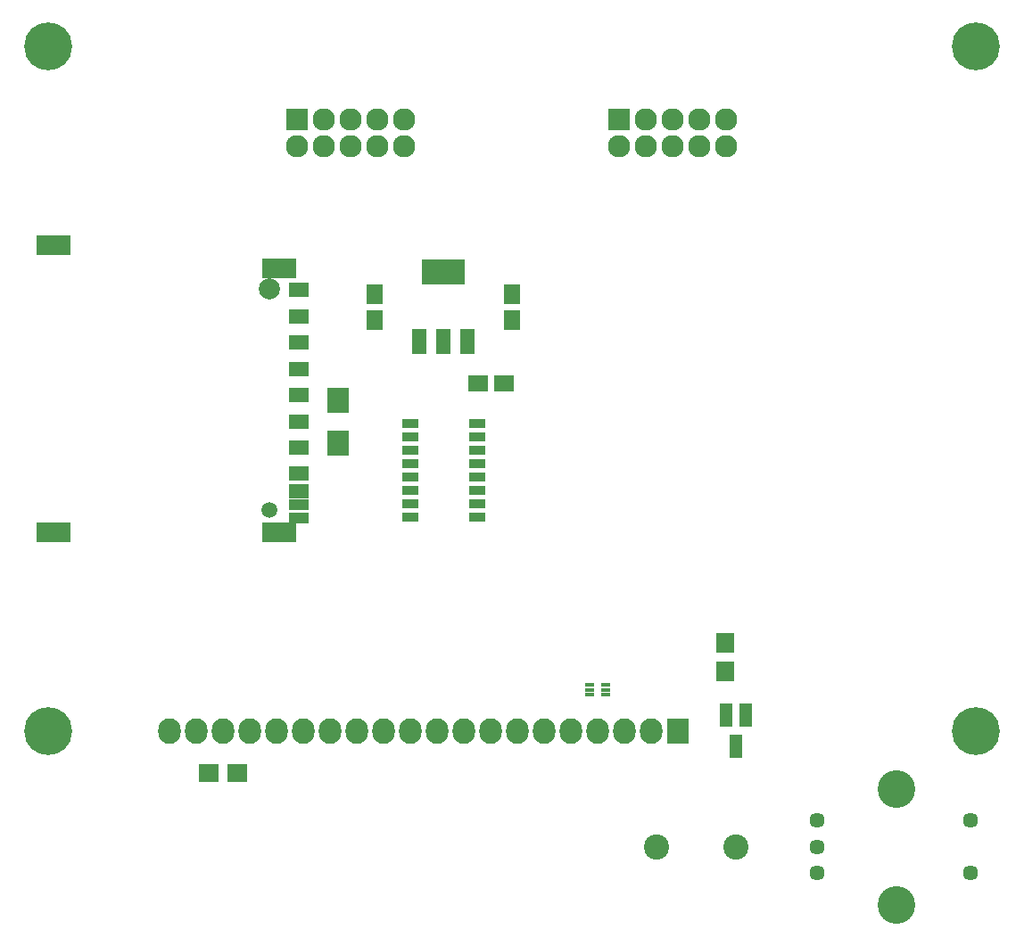
<source format=gbs>
G04 #@! TF.GenerationSoftware,KiCad,Pcbnew,(2016-12-15 revision b13c7e4)-master*
G04 #@! TF.CreationDate,2017-03-13T07:50:40-06:00*
G04 #@! TF.ProjectId,GLCD,474C43442E6B696361645F7063620000,0.7*
G04 #@! TF.FileFunction,Soldermask,Bot*
G04 #@! TF.FilePolarity,Negative*
%FSLAX46Y46*%
G04 Gerber Fmt 4.6, Leading zero omitted, Abs format (unit mm)*
G04 Created by KiCad (PCBNEW (2016-12-15 revision b13c7e4)-master) date Mon Mar 13 07:50:40 2017*
%MOMM*%
%LPD*%
G01*
G04 APERTURE LIST*
%ADD10C,0.100000*%
%ADD11C,1.450000*%
%ADD12C,3.575000*%
%ADD13R,0.950000X0.400000*%
%ADD14C,2.000200*%
%ADD15C,1.492200*%
%ADD16R,1.901140X1.101040*%
%ADD17R,1.901140X1.400760*%
%ADD18R,3.199080X1.901140*%
%ADD19R,1.416000X2.432000*%
%ADD20R,4.057600X2.432000*%
%ADD21R,1.543000X0.908000*%
%ADD22R,1.650000X1.900000*%
%ADD23R,1.900000X1.650000*%
%ADD24R,1.700000X1.900000*%
%ADD25R,2.000000X2.400000*%
%ADD26R,1.200100X2.200860*%
%ADD27O,2.127200X2.432000*%
%ADD28R,2.127200X2.432000*%
%ADD29O,2.127200X2.127200*%
%ADD30R,2.127200X2.127200*%
%ADD31C,4.550000*%
%ADD32R,1.900000X1.700000*%
%ADD33C,2.400000*%
G04 APERTURE END LIST*
D10*
D11*
X172500000Y-129000000D03*
X172500000Y-131500000D03*
X172500000Y-134000000D03*
D12*
X180000000Y-126000000D03*
X180000000Y-137000000D03*
D11*
X187000000Y-134000000D03*
X187000000Y-129000000D03*
D13*
X150913000Y-116086000D03*
X150913000Y-116586000D03*
X150913000Y-117086000D03*
X152363000Y-117086000D03*
X152363000Y-116586000D03*
X152363000Y-116086000D03*
D14*
X120449080Y-78500400D03*
D15*
X120449080Y-99501120D03*
D16*
X123250700Y-100250420D03*
X123250700Y-99049000D03*
D17*
X123250700Y-81124220D03*
D18*
X121449840Y-76549680D03*
X121449840Y-101649960D03*
X99948740Y-74350040D03*
X99948740Y-101649960D03*
D17*
X123250700Y-78624860D03*
X123250700Y-97751060D03*
X123250700Y-96049260D03*
X123250700Y-93626100D03*
X123250700Y-91124200D03*
X123250700Y-88624840D03*
X123250700Y-86125480D03*
X123250700Y-83626120D03*
D19*
X139286000Y-83552000D03*
X134714000Y-83552000D03*
X137000000Y-83552000D03*
D20*
X137000000Y-76948000D03*
D21*
X133825000Y-92575000D03*
X140175000Y-91305000D03*
X140175000Y-92575000D03*
X140175000Y-93845000D03*
X140175000Y-95115000D03*
X140175000Y-96385000D03*
X140175000Y-97655000D03*
X140175000Y-98925000D03*
X140175000Y-100195000D03*
X133825000Y-100195000D03*
X133825000Y-98925000D03*
X133825000Y-97655000D03*
X133825000Y-96385000D03*
X133825000Y-95115000D03*
X133825000Y-93845000D03*
X133825000Y-91305000D03*
D22*
X143500000Y-81500000D03*
X143500000Y-79000000D03*
X130500000Y-81500000D03*
X130500000Y-79000000D03*
D23*
X142750000Y-87500000D03*
X140250000Y-87500000D03*
D24*
X163750000Y-114850000D03*
X163750000Y-112150000D03*
D25*
X127000000Y-93150000D03*
X127000000Y-89150000D03*
D26*
X164750000Y-122001140D03*
X165700000Y-118998860D03*
X163800000Y-118998860D03*
D27*
X110990000Y-120500000D03*
X113530000Y-120500000D03*
X116070000Y-120500000D03*
X118610000Y-120500000D03*
X121150000Y-120500000D03*
X123690000Y-120500000D03*
X126230000Y-120500000D03*
X128770000Y-120500000D03*
X131310000Y-120500000D03*
X133850000Y-120500000D03*
X136390000Y-120500000D03*
X138930000Y-120500000D03*
X141470000Y-120500000D03*
X144010000Y-120500000D03*
X146550000Y-120500000D03*
X149090000Y-120500000D03*
X151630000Y-120500000D03*
X154170000Y-120500000D03*
X156710000Y-120500000D03*
D28*
X159250000Y-120500000D03*
D29*
X133300000Y-65000000D03*
X133300000Y-62460000D03*
X130760000Y-65000000D03*
X130760000Y-62460000D03*
X128220000Y-65000000D03*
X128220000Y-62460000D03*
X125680000Y-65000000D03*
X125680000Y-62460000D03*
X123140000Y-65000000D03*
D30*
X123140000Y-62460000D03*
D31*
X99500000Y-55500000D03*
X187500000Y-120500000D03*
X99500000Y-120500000D03*
D32*
X114717840Y-124495560D03*
X117417840Y-124495560D03*
D33*
X164799840Y-131500000D03*
X157200160Y-131500000D03*
D31*
X187500000Y-55500000D03*
D29*
X163800000Y-65000000D03*
X163800000Y-62460000D03*
X161260000Y-65000000D03*
X161260000Y-62460000D03*
X158720000Y-65000000D03*
X158720000Y-62460000D03*
X156180000Y-65000000D03*
X156180000Y-62460000D03*
X153640000Y-65000000D03*
D30*
X153640000Y-62460000D03*
M02*

</source>
